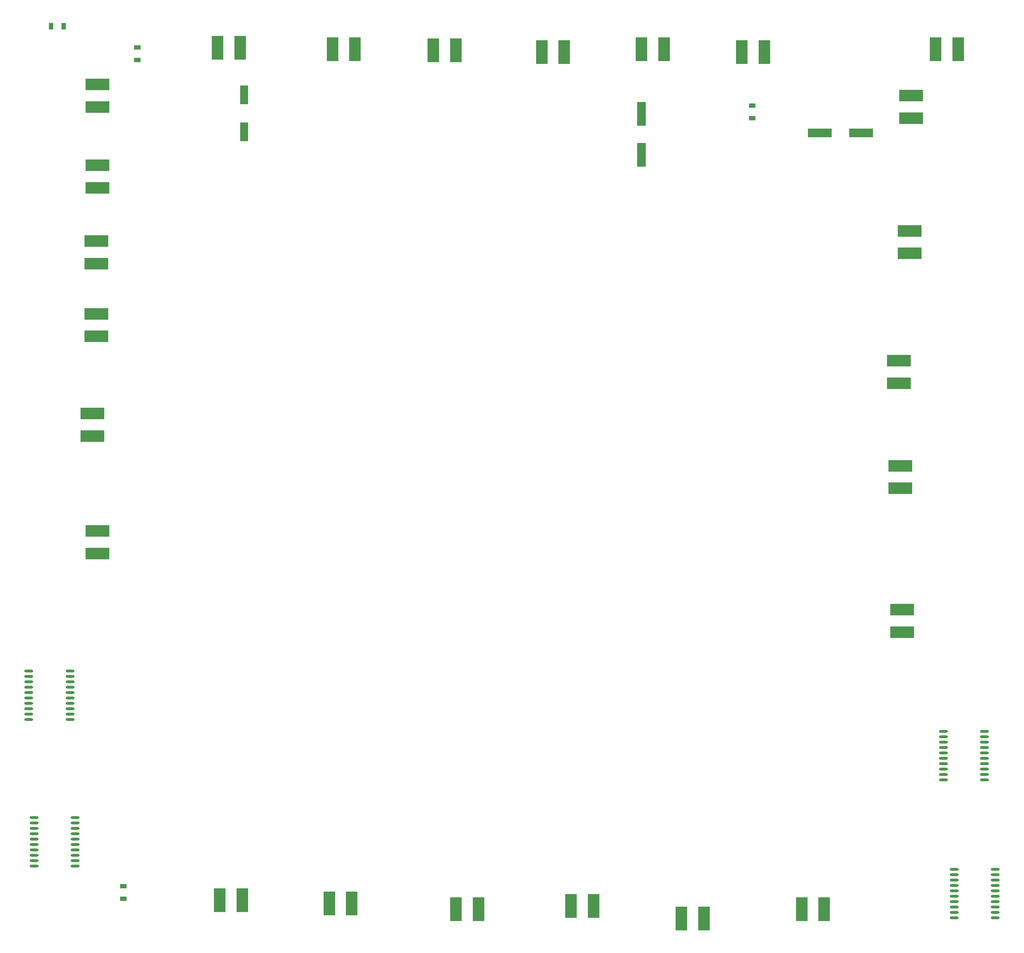
<source format=gbr>
%FSTAX25Y25*%
%MOIN*%
%SFA1B1*%

%IPPOS*%
%ADD10O,0.082677X0.025591*%
%ADD11R,0.106299X0.220472*%
%ADD12R,0.220472X0.106299*%
%ADD13R,0.224409X0.078740*%
%ADD14R,0.062992X0.041339*%
%ADD15R,0.078740X0.224409*%
%ADD16R,0.074803X0.173228*%
%ADD17R,0.041339X0.062992*%
G54D10*
X0870314Y0254488D03*
Y0249488D03*
Y0244488D03*
Y0239488D03*
Y0234488D03*
Y0229488D03*
Y0224488D03*
Y0219488D03*
Y0214488D03*
Y0209488D03*
X0908503Y0254488D03*
Y0249488D03*
Y0244488D03*
Y0239488D03*
Y0234488D03*
Y0229488D03*
Y0224488D03*
Y0219488D03*
Y0214488D03*
Y0209488D03*
X0060669Y0295511D03*
X006559Y0159488D03*
X0880393Y0126496D03*
Y0121496D03*
Y0116496D03*
Y0111496D03*
Y0106496D03*
Y0101496D03*
Y0096496D03*
Y0091496D03*
Y0086496D03*
Y0081496D03*
X0918582Y0126496D03*
Y0121496D03*
Y0116496D03*
Y0111496D03*
Y0106496D03*
Y0101496D03*
Y0096496D03*
Y0091496D03*
Y0086496D03*
Y0081496D03*
X0022519Y0310511D03*
Y0305511D03*
Y0300511D03*
Y0295511D03*
Y0290511D03*
Y0285511D03*
Y0280511D03*
Y0275511D03*
Y0270511D03*
Y0265511D03*
X0060669Y0310511D03*
Y0305511D03*
Y0300511D03*
Y0290511D03*
Y0285511D03*
Y0280511D03*
Y0275511D03*
Y0270511D03*
Y0265511D03*
X0027401Y0174488D03*
Y0169488D03*
Y0164488D03*
Y0159488D03*
Y0154488D03*
Y0149488D03*
Y0144488D03*
Y0139488D03*
Y0134488D03*
Y0129488D03*
X006559Y0174488D03*
Y0169488D03*
Y0164488D03*
Y0154488D03*
Y0149488D03*
Y0144488D03*
Y0139488D03*
Y0134488D03*
Y0129488D03*
G54D11*
X0884015Y0887519D03*
X0611377D03*
X0418425Y0886496D03*
X0683582Y0885D03*
X0518937D03*
X0739055Y0089488D03*
X0525078Y0092519D03*
X0418582Y0089488D03*
X062748Y0080984D03*
X0324921Y0887519D03*
X0218425Y0889015D03*
X0301062Y0095D03*
X0199488Y0097992D03*
X0397559Y0886496D03*
X0590511Y0887519D03*
X049807Y0885D03*
X0304055Y0887519D03*
X0197559Y0889015D03*
X0863149Y0887519D03*
X0648346Y0080984D03*
X0545944Y0092519D03*
X0439448Y0089488D03*
X0321929Y0095D03*
X0220354Y0097992D03*
X0759921Y0089488D03*
X0704448Y0885D03*
G54D12*
X0840511Y0823582D03*
X0839015Y0698149D03*
X0830511Y0480078D03*
X0829015Y0577637D03*
X0832007Y0346614D03*
X0085984Y0854921D03*
Y0779921D03*
X0085Y0709448D03*
Y0642007D03*
X0081496Y0549448D03*
X0085984Y0440433D03*
X0832007Y0367519D03*
X0830511Y0500944D03*
X0829015Y0598503D03*
X0839015Y0719015D03*
X0840511Y0844448D03*
X0085984Y0834055D03*
Y0419566D03*
X0085Y0688582D03*
X0085984Y0759055D03*
X0085Y0621141D03*
X0081496Y0528582D03*
G54D13*
X0794094Y081D03*
X0755905D03*
G54D14*
X0692992Y0835314D03*
X0122992Y0889291D03*
X011Y0110984D03*
X0692992Y08237D03*
X0122992Y0877677D03*
X011Y009937D03*
G54D15*
X0590511Y0827598D03*
Y0789409D03*
G54D16*
X0222007Y0845118D03*
Y0810866D03*
G54D17*
X0043188Y0909015D03*
X0054803D03*
M02*
</source>
